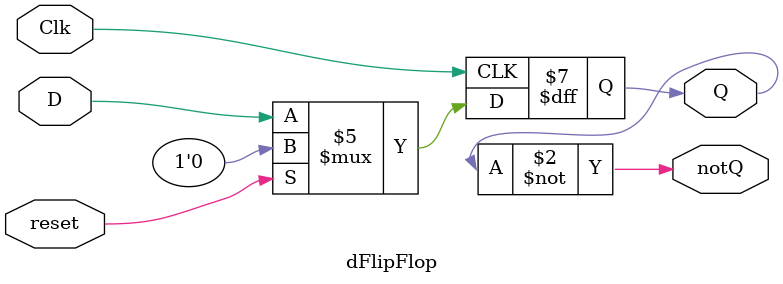
<source format=v>
module dFlipFlop(
    input D, Clk, reset,
    output reg Q, 
    output notQ
    );
    
    initial begin
        Q <= 0;
    end
    
    always @(posedge Clk)begin
        if (reset)
            Q <= 1'b0; 
        else
            Q <= D; 
    end
    
    assign notQ = ~Q;
    
endmodule

</source>
